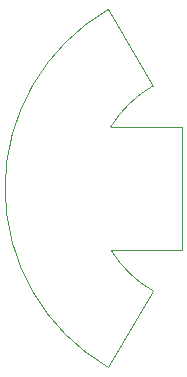
<source format=gbr>
%TF.GenerationSoftware,KiCad,Pcbnew,(6.0.7)*%
%TF.CreationDate,2022-08-13T19:12:00+02:00*%
%TF.ProjectId,Helios_PCB,48656c69-6f73-45f5-9043-422e6b696361,rev?*%
%TF.SameCoordinates,Original*%
%TF.FileFunction,Profile,NP*%
%FSLAX46Y46*%
G04 Gerber Fmt 4.6, Leading zero omitted, Abs format (unit mm)*
G04 Created by KiCad (PCBNEW (6.0.7)) date 2022-08-13 19:12:00*
%MOMM*%
%LPD*%
G01*
G04 APERTURE LIST*
%TA.AperFunction,Profile*%
%ADD10C,0.100000*%
%TD*%
G04 APERTURE END LIST*
D10*
X155037500Y-94300000D02*
X148987500Y-94300000D01*
X140037526Y-99500000D02*
G75*
G03*
X148792357Y-114658248I17504874J2800D01*
G01*
X155037500Y-104700000D02*
X155037500Y-94300000D01*
X148987517Y-104699990D02*
G75*
G03*
X152535968Y-108159368I8579383J5250690D01*
G01*
X155037500Y-104700000D02*
X148987500Y-104700000D01*
X152535964Y-90840623D02*
G75*
G03*
X148987500Y-94300000I4952136J-8629277D01*
G01*
X152535968Y-90840631D02*
X148792357Y-84341752D01*
X152535968Y-108159369D02*
X148792357Y-114658248D01*
X148792358Y-84341754D02*
G75*
G03*
X140037500Y-99500000I8749952J-15161026D01*
G01*
M02*

</source>
